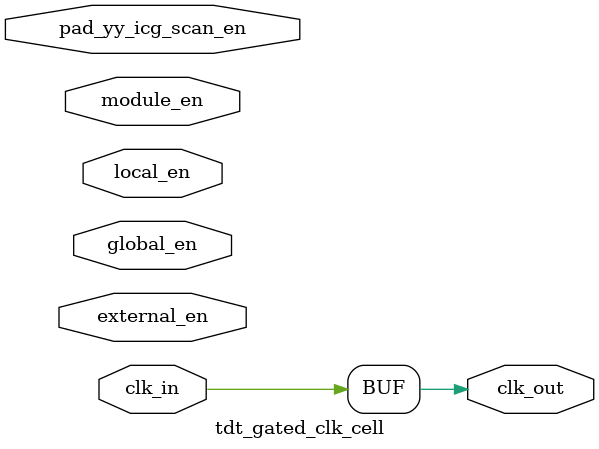
<source format=v>
module tdt_gated_clk_cell(	// file.cleaned.mlir:2:3
  input  clk_in,	// file.cleaned.mlir:2:36
         global_en,	// file.cleaned.mlir:2:53
         module_en,	// file.cleaned.mlir:2:73
         local_en,	// file.cleaned.mlir:2:93
         external_en,	// file.cleaned.mlir:2:112
         pad_yy_icg_scan_en,	// file.cleaned.mlir:2:134
  output clk_out	// file.cleaned.mlir:2:164
);

  assign clk_out = clk_in;	// file.cleaned.mlir:3:5
endmodule


</source>
